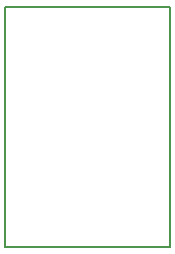
<source format=gbr>
G04 #@! TF.FileFunction,Profile,NP*
%FSLAX46Y46*%
G04 Gerber Fmt 4.6, Leading zero omitted, Abs format (unit mm)*
G04 Created by KiCad (PCBNEW 4.0.2+e4-6225~38~ubuntu16.04.1-stable) date Mon 01 Aug 2016 03:16:58 PM PDT*
%MOMM*%
G01*
G04 APERTURE LIST*
%ADD10C,0.100000*%
%ADD11C,0.150000*%
G04 APERTURE END LIST*
D10*
D11*
X138430000Y-96520000D02*
X138430000Y-116840000D01*
X152400000Y-96520000D02*
X138430000Y-96520000D01*
X152400000Y-116840000D02*
X152400000Y-96520000D01*
X138430000Y-116840000D02*
X152400000Y-116840000D01*
M02*

</source>
